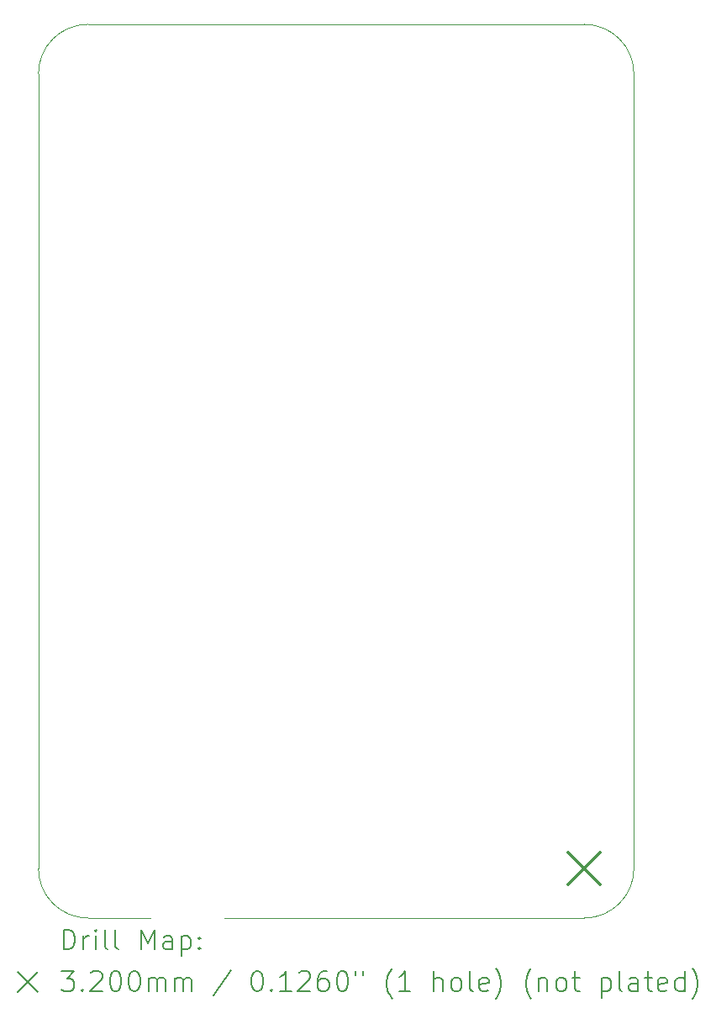
<source format=gbr>
%FSLAX45Y45*%
G04 Gerber Fmt 4.5, Leading zero omitted, Abs format (unit mm)*
G04 Created by KiCad (PCBNEW (6.0.0)) date 2022-02-04 14:48:30*
%MOMM*%
%LPD*%
G01*
G04 APERTURE LIST*
%TA.AperFunction,Profile*%
%ADD10C,0.100000*%
%TD*%
%ADD11C,0.200000*%
%ADD12C,0.320000*%
G04 APERTURE END LIST*
D10*
X18500000Y-14000000D02*
G75*
G03*
X19000000Y-13500000I0J500000D01*
G01*
X14875000Y-14000000D02*
X18500000Y-14000000D01*
X19000000Y-5500000D02*
G75*
G03*
X18500000Y-5000000I-500000J0D01*
G01*
X14125000Y-14000000D02*
X13500000Y-14000000D01*
X13000000Y-13500000D02*
G75*
G03*
X13500000Y-14000000I500000J0D01*
G01*
X13000000Y-5500000D02*
X13000000Y-13500000D01*
X13500000Y-5000000D02*
G75*
G03*
X13000000Y-5500000I0J-500000D01*
G01*
X13500000Y-5000000D02*
X18500000Y-5000000D01*
X19000000Y-13500000D02*
X19000000Y-5500000D01*
D11*
D12*
X18340000Y-13340000D02*
X18660000Y-13660000D01*
X18660000Y-13340000D02*
X18340000Y-13660000D01*
D11*
X13252619Y-14315476D02*
X13252619Y-14115476D01*
X13300238Y-14115476D01*
X13328809Y-14125000D01*
X13347857Y-14144048D01*
X13357381Y-14163095D01*
X13366905Y-14201190D01*
X13366905Y-14229762D01*
X13357381Y-14267857D01*
X13347857Y-14286905D01*
X13328809Y-14305952D01*
X13300238Y-14315476D01*
X13252619Y-14315476D01*
X13452619Y-14315476D02*
X13452619Y-14182143D01*
X13452619Y-14220238D02*
X13462143Y-14201190D01*
X13471667Y-14191667D01*
X13490714Y-14182143D01*
X13509762Y-14182143D01*
X13576428Y-14315476D02*
X13576428Y-14182143D01*
X13576428Y-14115476D02*
X13566905Y-14125000D01*
X13576428Y-14134524D01*
X13585952Y-14125000D01*
X13576428Y-14115476D01*
X13576428Y-14134524D01*
X13700238Y-14315476D02*
X13681190Y-14305952D01*
X13671667Y-14286905D01*
X13671667Y-14115476D01*
X13805000Y-14315476D02*
X13785952Y-14305952D01*
X13776428Y-14286905D01*
X13776428Y-14115476D01*
X14033571Y-14315476D02*
X14033571Y-14115476D01*
X14100238Y-14258333D01*
X14166905Y-14115476D01*
X14166905Y-14315476D01*
X14347857Y-14315476D02*
X14347857Y-14210714D01*
X14338333Y-14191667D01*
X14319286Y-14182143D01*
X14281190Y-14182143D01*
X14262143Y-14191667D01*
X14347857Y-14305952D02*
X14328809Y-14315476D01*
X14281190Y-14315476D01*
X14262143Y-14305952D01*
X14252619Y-14286905D01*
X14252619Y-14267857D01*
X14262143Y-14248809D01*
X14281190Y-14239286D01*
X14328809Y-14239286D01*
X14347857Y-14229762D01*
X14443095Y-14182143D02*
X14443095Y-14382143D01*
X14443095Y-14191667D02*
X14462143Y-14182143D01*
X14500238Y-14182143D01*
X14519286Y-14191667D01*
X14528809Y-14201190D01*
X14538333Y-14220238D01*
X14538333Y-14277381D01*
X14528809Y-14296428D01*
X14519286Y-14305952D01*
X14500238Y-14315476D01*
X14462143Y-14315476D01*
X14443095Y-14305952D01*
X14624048Y-14296428D02*
X14633571Y-14305952D01*
X14624048Y-14315476D01*
X14614524Y-14305952D01*
X14624048Y-14296428D01*
X14624048Y-14315476D01*
X14624048Y-14191667D02*
X14633571Y-14201190D01*
X14624048Y-14210714D01*
X14614524Y-14201190D01*
X14624048Y-14191667D01*
X14624048Y-14210714D01*
X12795000Y-14545000D02*
X12995000Y-14745000D01*
X12995000Y-14545000D02*
X12795000Y-14745000D01*
X13233571Y-14535476D02*
X13357381Y-14535476D01*
X13290714Y-14611667D01*
X13319286Y-14611667D01*
X13338333Y-14621190D01*
X13347857Y-14630714D01*
X13357381Y-14649762D01*
X13357381Y-14697381D01*
X13347857Y-14716428D01*
X13338333Y-14725952D01*
X13319286Y-14735476D01*
X13262143Y-14735476D01*
X13243095Y-14725952D01*
X13233571Y-14716428D01*
X13443095Y-14716428D02*
X13452619Y-14725952D01*
X13443095Y-14735476D01*
X13433571Y-14725952D01*
X13443095Y-14716428D01*
X13443095Y-14735476D01*
X13528809Y-14554524D02*
X13538333Y-14545000D01*
X13557381Y-14535476D01*
X13605000Y-14535476D01*
X13624048Y-14545000D01*
X13633571Y-14554524D01*
X13643095Y-14573571D01*
X13643095Y-14592619D01*
X13633571Y-14621190D01*
X13519286Y-14735476D01*
X13643095Y-14735476D01*
X13766905Y-14535476D02*
X13785952Y-14535476D01*
X13805000Y-14545000D01*
X13814524Y-14554524D01*
X13824048Y-14573571D01*
X13833571Y-14611667D01*
X13833571Y-14659286D01*
X13824048Y-14697381D01*
X13814524Y-14716428D01*
X13805000Y-14725952D01*
X13785952Y-14735476D01*
X13766905Y-14735476D01*
X13747857Y-14725952D01*
X13738333Y-14716428D01*
X13728809Y-14697381D01*
X13719286Y-14659286D01*
X13719286Y-14611667D01*
X13728809Y-14573571D01*
X13738333Y-14554524D01*
X13747857Y-14545000D01*
X13766905Y-14535476D01*
X13957381Y-14535476D02*
X13976428Y-14535476D01*
X13995476Y-14545000D01*
X14005000Y-14554524D01*
X14014524Y-14573571D01*
X14024048Y-14611667D01*
X14024048Y-14659286D01*
X14014524Y-14697381D01*
X14005000Y-14716428D01*
X13995476Y-14725952D01*
X13976428Y-14735476D01*
X13957381Y-14735476D01*
X13938333Y-14725952D01*
X13928809Y-14716428D01*
X13919286Y-14697381D01*
X13909762Y-14659286D01*
X13909762Y-14611667D01*
X13919286Y-14573571D01*
X13928809Y-14554524D01*
X13938333Y-14545000D01*
X13957381Y-14535476D01*
X14109762Y-14735476D02*
X14109762Y-14602143D01*
X14109762Y-14621190D02*
X14119286Y-14611667D01*
X14138333Y-14602143D01*
X14166905Y-14602143D01*
X14185952Y-14611667D01*
X14195476Y-14630714D01*
X14195476Y-14735476D01*
X14195476Y-14630714D02*
X14205000Y-14611667D01*
X14224048Y-14602143D01*
X14252619Y-14602143D01*
X14271667Y-14611667D01*
X14281190Y-14630714D01*
X14281190Y-14735476D01*
X14376428Y-14735476D02*
X14376428Y-14602143D01*
X14376428Y-14621190D02*
X14385952Y-14611667D01*
X14405000Y-14602143D01*
X14433571Y-14602143D01*
X14452619Y-14611667D01*
X14462143Y-14630714D01*
X14462143Y-14735476D01*
X14462143Y-14630714D02*
X14471667Y-14611667D01*
X14490714Y-14602143D01*
X14519286Y-14602143D01*
X14538333Y-14611667D01*
X14547857Y-14630714D01*
X14547857Y-14735476D01*
X14938333Y-14525952D02*
X14766905Y-14783095D01*
X15195476Y-14535476D02*
X15214524Y-14535476D01*
X15233571Y-14545000D01*
X15243095Y-14554524D01*
X15252619Y-14573571D01*
X15262143Y-14611667D01*
X15262143Y-14659286D01*
X15252619Y-14697381D01*
X15243095Y-14716428D01*
X15233571Y-14725952D01*
X15214524Y-14735476D01*
X15195476Y-14735476D01*
X15176428Y-14725952D01*
X15166905Y-14716428D01*
X15157381Y-14697381D01*
X15147857Y-14659286D01*
X15147857Y-14611667D01*
X15157381Y-14573571D01*
X15166905Y-14554524D01*
X15176428Y-14545000D01*
X15195476Y-14535476D01*
X15347857Y-14716428D02*
X15357381Y-14725952D01*
X15347857Y-14735476D01*
X15338333Y-14725952D01*
X15347857Y-14716428D01*
X15347857Y-14735476D01*
X15547857Y-14735476D02*
X15433571Y-14735476D01*
X15490714Y-14735476D02*
X15490714Y-14535476D01*
X15471667Y-14564048D01*
X15452619Y-14583095D01*
X15433571Y-14592619D01*
X15624048Y-14554524D02*
X15633571Y-14545000D01*
X15652619Y-14535476D01*
X15700238Y-14535476D01*
X15719286Y-14545000D01*
X15728809Y-14554524D01*
X15738333Y-14573571D01*
X15738333Y-14592619D01*
X15728809Y-14621190D01*
X15614524Y-14735476D01*
X15738333Y-14735476D01*
X15909762Y-14535476D02*
X15871667Y-14535476D01*
X15852619Y-14545000D01*
X15843095Y-14554524D01*
X15824048Y-14583095D01*
X15814524Y-14621190D01*
X15814524Y-14697381D01*
X15824048Y-14716428D01*
X15833571Y-14725952D01*
X15852619Y-14735476D01*
X15890714Y-14735476D01*
X15909762Y-14725952D01*
X15919286Y-14716428D01*
X15928809Y-14697381D01*
X15928809Y-14649762D01*
X15919286Y-14630714D01*
X15909762Y-14621190D01*
X15890714Y-14611667D01*
X15852619Y-14611667D01*
X15833571Y-14621190D01*
X15824048Y-14630714D01*
X15814524Y-14649762D01*
X16052619Y-14535476D02*
X16071667Y-14535476D01*
X16090714Y-14545000D01*
X16100238Y-14554524D01*
X16109762Y-14573571D01*
X16119286Y-14611667D01*
X16119286Y-14659286D01*
X16109762Y-14697381D01*
X16100238Y-14716428D01*
X16090714Y-14725952D01*
X16071667Y-14735476D01*
X16052619Y-14735476D01*
X16033571Y-14725952D01*
X16024048Y-14716428D01*
X16014524Y-14697381D01*
X16005000Y-14659286D01*
X16005000Y-14611667D01*
X16014524Y-14573571D01*
X16024048Y-14554524D01*
X16033571Y-14545000D01*
X16052619Y-14535476D01*
X16195476Y-14535476D02*
X16195476Y-14573571D01*
X16271667Y-14535476D02*
X16271667Y-14573571D01*
X16566905Y-14811667D02*
X16557381Y-14802143D01*
X16538333Y-14773571D01*
X16528809Y-14754524D01*
X16519286Y-14725952D01*
X16509762Y-14678333D01*
X16509762Y-14640238D01*
X16519286Y-14592619D01*
X16528809Y-14564048D01*
X16538333Y-14545000D01*
X16557381Y-14516428D01*
X16566905Y-14506905D01*
X16747857Y-14735476D02*
X16633571Y-14735476D01*
X16690714Y-14735476D02*
X16690714Y-14535476D01*
X16671667Y-14564048D01*
X16652619Y-14583095D01*
X16633571Y-14592619D01*
X16985952Y-14735476D02*
X16985952Y-14535476D01*
X17071667Y-14735476D02*
X17071667Y-14630714D01*
X17062143Y-14611667D01*
X17043095Y-14602143D01*
X17014524Y-14602143D01*
X16995476Y-14611667D01*
X16985952Y-14621190D01*
X17195476Y-14735476D02*
X17176429Y-14725952D01*
X17166905Y-14716428D01*
X17157381Y-14697381D01*
X17157381Y-14640238D01*
X17166905Y-14621190D01*
X17176429Y-14611667D01*
X17195476Y-14602143D01*
X17224048Y-14602143D01*
X17243095Y-14611667D01*
X17252619Y-14621190D01*
X17262143Y-14640238D01*
X17262143Y-14697381D01*
X17252619Y-14716428D01*
X17243095Y-14725952D01*
X17224048Y-14735476D01*
X17195476Y-14735476D01*
X17376429Y-14735476D02*
X17357381Y-14725952D01*
X17347857Y-14706905D01*
X17347857Y-14535476D01*
X17528810Y-14725952D02*
X17509762Y-14735476D01*
X17471667Y-14735476D01*
X17452619Y-14725952D01*
X17443095Y-14706905D01*
X17443095Y-14630714D01*
X17452619Y-14611667D01*
X17471667Y-14602143D01*
X17509762Y-14602143D01*
X17528810Y-14611667D01*
X17538333Y-14630714D01*
X17538333Y-14649762D01*
X17443095Y-14668809D01*
X17605000Y-14811667D02*
X17614524Y-14802143D01*
X17633571Y-14773571D01*
X17643095Y-14754524D01*
X17652619Y-14725952D01*
X17662143Y-14678333D01*
X17662143Y-14640238D01*
X17652619Y-14592619D01*
X17643095Y-14564048D01*
X17633571Y-14545000D01*
X17614524Y-14516428D01*
X17605000Y-14506905D01*
X17966905Y-14811667D02*
X17957381Y-14802143D01*
X17938333Y-14773571D01*
X17928810Y-14754524D01*
X17919286Y-14725952D01*
X17909762Y-14678333D01*
X17909762Y-14640238D01*
X17919286Y-14592619D01*
X17928810Y-14564048D01*
X17938333Y-14545000D01*
X17957381Y-14516428D01*
X17966905Y-14506905D01*
X18043095Y-14602143D02*
X18043095Y-14735476D01*
X18043095Y-14621190D02*
X18052619Y-14611667D01*
X18071667Y-14602143D01*
X18100238Y-14602143D01*
X18119286Y-14611667D01*
X18128810Y-14630714D01*
X18128810Y-14735476D01*
X18252619Y-14735476D02*
X18233571Y-14725952D01*
X18224048Y-14716428D01*
X18214524Y-14697381D01*
X18214524Y-14640238D01*
X18224048Y-14621190D01*
X18233571Y-14611667D01*
X18252619Y-14602143D01*
X18281190Y-14602143D01*
X18300238Y-14611667D01*
X18309762Y-14621190D01*
X18319286Y-14640238D01*
X18319286Y-14697381D01*
X18309762Y-14716428D01*
X18300238Y-14725952D01*
X18281190Y-14735476D01*
X18252619Y-14735476D01*
X18376429Y-14602143D02*
X18452619Y-14602143D01*
X18405000Y-14535476D02*
X18405000Y-14706905D01*
X18414524Y-14725952D01*
X18433571Y-14735476D01*
X18452619Y-14735476D01*
X18671667Y-14602143D02*
X18671667Y-14802143D01*
X18671667Y-14611667D02*
X18690714Y-14602143D01*
X18728810Y-14602143D01*
X18747857Y-14611667D01*
X18757381Y-14621190D01*
X18766905Y-14640238D01*
X18766905Y-14697381D01*
X18757381Y-14716428D01*
X18747857Y-14725952D01*
X18728810Y-14735476D01*
X18690714Y-14735476D01*
X18671667Y-14725952D01*
X18881190Y-14735476D02*
X18862143Y-14725952D01*
X18852619Y-14706905D01*
X18852619Y-14535476D01*
X19043095Y-14735476D02*
X19043095Y-14630714D01*
X19033571Y-14611667D01*
X19014524Y-14602143D01*
X18976429Y-14602143D01*
X18957381Y-14611667D01*
X19043095Y-14725952D02*
X19024048Y-14735476D01*
X18976429Y-14735476D01*
X18957381Y-14725952D01*
X18947857Y-14706905D01*
X18947857Y-14687857D01*
X18957381Y-14668809D01*
X18976429Y-14659286D01*
X19024048Y-14659286D01*
X19043095Y-14649762D01*
X19109762Y-14602143D02*
X19185952Y-14602143D01*
X19138333Y-14535476D02*
X19138333Y-14706905D01*
X19147857Y-14725952D01*
X19166905Y-14735476D01*
X19185952Y-14735476D01*
X19328810Y-14725952D02*
X19309762Y-14735476D01*
X19271667Y-14735476D01*
X19252619Y-14725952D01*
X19243095Y-14706905D01*
X19243095Y-14630714D01*
X19252619Y-14611667D01*
X19271667Y-14602143D01*
X19309762Y-14602143D01*
X19328810Y-14611667D01*
X19338333Y-14630714D01*
X19338333Y-14649762D01*
X19243095Y-14668809D01*
X19509762Y-14735476D02*
X19509762Y-14535476D01*
X19509762Y-14725952D02*
X19490714Y-14735476D01*
X19452619Y-14735476D01*
X19433571Y-14725952D01*
X19424048Y-14716428D01*
X19414524Y-14697381D01*
X19414524Y-14640238D01*
X19424048Y-14621190D01*
X19433571Y-14611667D01*
X19452619Y-14602143D01*
X19490714Y-14602143D01*
X19509762Y-14611667D01*
X19585952Y-14811667D02*
X19595476Y-14802143D01*
X19614524Y-14773571D01*
X19624048Y-14754524D01*
X19633571Y-14725952D01*
X19643095Y-14678333D01*
X19643095Y-14640238D01*
X19633571Y-14592619D01*
X19624048Y-14564048D01*
X19614524Y-14545000D01*
X19595476Y-14516428D01*
X19585952Y-14506905D01*
M02*

</source>
